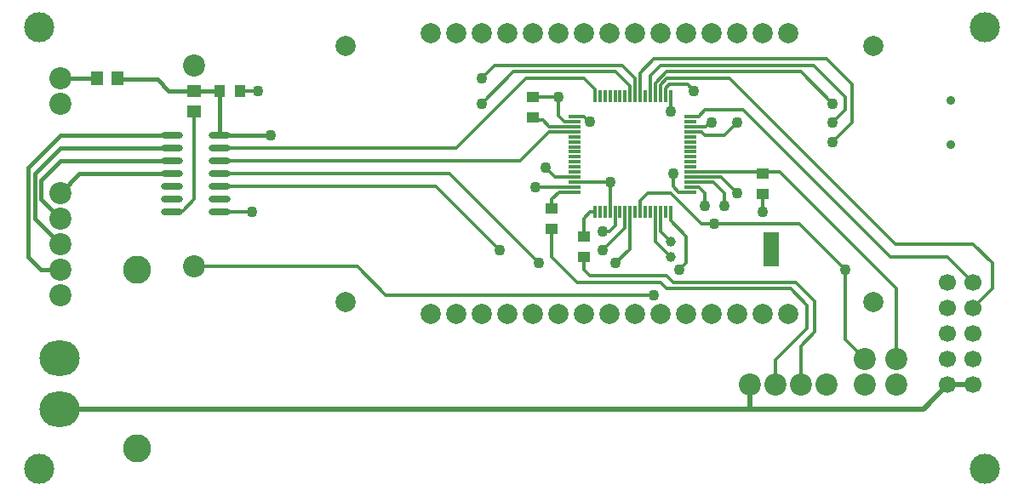
<source format=gbr>
%TF.GenerationSoftware,Altium Limited,Altium Designer,19.1.5 (86)*%
G04 Layer_Physical_Order=2*
G04 Layer_Color=16711680*
%FSLAX43Y43*%
%MOMM*%
%TF.FileFunction,Copper,L2,Bot,Signal*%
%TF.Part,Single*%
G01*
G75*
%TA.AperFunction,SMDPad,CuDef*%
%ADD10R,1.400X1.200*%
%ADD11R,1.000X1.300*%
%ADD12R,1.200X1.400*%
%ADD16R,1.300X1.000*%
%TA.AperFunction,Conductor*%
%ADD22C,0.300*%
%ADD25C,0.400*%
%ADD26C,0.500*%
%TA.AperFunction,ComponentPad*%
%ADD28C,1.000*%
%ADD29C,2.200*%
%ADD30C,2.000*%
%ADD31C,2.800*%
%ADD32C,1.700*%
%ADD33O,4.000X3.500*%
%ADD34C,0.900*%
%TA.AperFunction,WasherPad*%
%ADD35C,3.000*%
%TA.AperFunction,ViaPad*%
%ADD36C,1.100*%
%TA.AperFunction,SMDPad,CuDef*%
%ADD37R,1.500X3.500*%
%ADD38O,2.200X0.600*%
%ADD39R,1.200X0.300*%
%ADD40R,0.300X1.200*%
%TA.AperFunction,NonConductor*%
%ADD41C,0.300*%
D10*
X18415Y40640D02*
D03*
Y38608D02*
D03*
D11*
X22987Y40640D02*
D03*
X20955D02*
D03*
D12*
X8763Y41910D02*
D03*
X10795D02*
D03*
D16*
X53975Y26924D02*
D03*
Y28956D02*
D03*
X57150Y24130D02*
D03*
Y26162D02*
D03*
X74930Y30353D02*
D03*
Y32385D02*
D03*
X52070Y37973D02*
D03*
Y40005D02*
D03*
D22*
X43815Y32385D02*
X52705Y23495D01*
X60325D02*
X61750Y24920D01*
Y28580D01*
X42418Y31115D02*
X48768Y24765D01*
X59055D02*
X61250Y26960D01*
X63500Y30480D02*
X65786D01*
X62750Y29730D02*
X63500Y30480D01*
X65786D02*
X68834Y27432D01*
X78613D01*
X88138Y25400D02*
X95885D01*
X71628Y41910D02*
X88138Y25400D01*
X65405Y41910D02*
X71628D01*
X80137Y16637D02*
Y19685D01*
X78740Y15240D02*
X80137Y16637D01*
X78740Y11430D02*
Y15240D01*
X79375Y17018D02*
Y19304D01*
X76200Y13843D02*
X79375Y17018D01*
X76200Y11430D02*
Y13843D01*
X78232Y21590D02*
X80137Y19685D01*
X66040Y21590D02*
X78232D01*
X77724Y20955D02*
X79375Y19304D01*
X65405Y20955D02*
X77724D01*
X20955Y31115D02*
X42418D01*
X56515Y21590D02*
X64770D01*
X53975Y24130D02*
X56515Y21590D01*
X53975Y24130D02*
Y26924D01*
Y28956D02*
Y29845D01*
X37465Y20320D02*
X64135D01*
X64770Y21590D02*
X65405Y20955D01*
X65405Y22225D02*
X66040Y21590D01*
X57785Y22225D02*
X65405D01*
X57150Y22860D02*
X57785Y22225D01*
X66675Y22860D02*
X67310Y23495D01*
X54710Y30580D02*
X56250D01*
X53975Y29845D02*
X54710Y30580D01*
X57150Y22860D02*
Y24130D01*
Y26162D02*
Y27940D01*
X57790Y28580D01*
X61250Y26960D02*
Y28580D01*
X57790D02*
X58250D01*
X20955Y32385D02*
X43815D01*
X67310Y23495D02*
Y26162D01*
X64250Y25678D02*
X65786Y24142D01*
X64750Y26678D02*
X65786Y25642D01*
X65750Y27722D02*
X67310Y26162D01*
X65750Y27722D02*
Y28580D01*
X64750Y26678D02*
Y28580D01*
X78613Y27432D02*
X83185Y22860D01*
X66575Y30580D02*
X67750D01*
X66040Y31115D02*
X66575Y30580D01*
X66040Y31115D02*
Y32385D01*
X62750Y28580D02*
Y29730D01*
X74930Y28575D02*
Y30353D01*
X67750Y32580D02*
X76640D01*
X69215Y29210D02*
Y30480D01*
X34605Y23180D02*
X37465Y20320D01*
X64250Y25678D02*
Y28580D01*
X88265Y13970D02*
Y20955D01*
X95885Y19050D02*
X97790Y20955D01*
Y23495D01*
X93345Y24130D02*
X95885Y21590D01*
X59055Y26670D02*
X59690D01*
X60250Y27230D01*
Y28580D01*
X22987Y40640D02*
X24765D01*
X56250Y31580D02*
X59750D01*
Y28580D02*
Y31580D01*
X87630Y24130D02*
X93345D01*
X73025Y38735D02*
X87630Y24130D01*
X69215Y38735D02*
X73025D01*
X68615Y31080D02*
X69215Y30480D01*
X67750Y31080D02*
X68615D01*
X76640Y32580D02*
X88265Y20955D01*
X24130Y28575D02*
X24130Y28575D01*
X20955Y28575D02*
X24130D01*
X53340Y33020D02*
X54280Y32080D01*
X56250D01*
X53725Y36580D02*
X56250D01*
X50800Y33655D02*
X53725Y36580D01*
X20955Y33655D02*
X50800D01*
X57674Y37580D02*
X57785D01*
X57174Y38080D02*
X57674Y37580D01*
X58250Y40080D02*
Y40810D01*
X57150Y41910D02*
X58250Y40810D01*
X51435Y41910D02*
X57150D01*
X44450Y34925D02*
X51435Y41910D01*
X20955Y34925D02*
X44450D01*
X52070Y40005D02*
X54610D01*
Y38204D02*
Y40005D01*
X53725Y37080D02*
X56250D01*
X53086Y37719D02*
X53725Y37080D01*
X52070Y37719D02*
X53086D01*
X71120Y29210D02*
Y30480D01*
X70020Y31580D02*
X71120Y30480D01*
X67750Y31580D02*
X70020D01*
X70790Y32080D02*
X72390Y30480D01*
X67750Y32080D02*
X70790D01*
X50165Y42545D02*
X60325D01*
X46990Y39370D02*
X50165Y42545D01*
X46990Y41910D02*
X48260Y43180D01*
X60960D01*
X62250Y41890D01*
X60325Y42545D02*
X61750Y41120D01*
X18415Y23180D02*
X34605D01*
X83185Y15875D02*
X85090Y13970D01*
X83185Y15875D02*
Y22860D01*
X67750Y36580D02*
X68813D01*
X69198Y36195D01*
X71120D01*
X95885Y25400D02*
X97790Y23495D01*
X83185Y38735D02*
Y40005D01*
X80010Y43180D02*
X83185Y40005D01*
X64770Y43180D02*
X80010D01*
X78740Y42545D02*
X81915Y39370D01*
X65405Y42545D02*
X78740D01*
X81915Y35560D02*
X83820Y37465D01*
Y41275D01*
X81280Y43815D02*
X83820Y41275D01*
X64135Y43815D02*
X81280D01*
X62750Y42430D02*
X64135Y43815D01*
X81915Y37465D02*
X83185Y38735D01*
X63750Y42160D02*
X64770Y43180D01*
X63750Y40080D02*
Y42160D01*
X64250Y41390D02*
X65405Y42545D01*
X64750Y41255D02*
X65405Y41910D01*
X64750Y40080D02*
Y41255D01*
X67469Y41275D02*
X68104Y40640D01*
X65633Y41275D02*
X67469D01*
X65250Y40892D02*
X65633Y41275D01*
X67945Y40640D02*
X68104D01*
X71120Y36195D02*
X72390Y37465D01*
X69659D02*
X69850D01*
X69274Y37080D02*
X69659Y37465D01*
X67750Y37080D02*
X69274D01*
X68560Y38080D02*
X69215Y38735D01*
X62750Y40080D02*
Y42430D01*
X67750Y38080D02*
X68560D01*
X18415Y29845D02*
Y38608D01*
X18288Y38735D02*
X18415Y38608D01*
X17280Y28710D02*
X18415Y29845D01*
X17172Y28710D02*
X17280D01*
X17036Y28575D02*
X17172Y28710D01*
X16155Y28575D02*
X17036D01*
X65250Y40080D02*
Y40892D01*
X52330Y31080D02*
X56250D01*
X54610Y38204D02*
X55234Y37580D01*
X61750Y40080D02*
Y41120D01*
X62250Y40080D02*
Y41890D01*
X64250Y40080D02*
Y41390D01*
X65750Y38580D02*
Y40080D01*
X55234Y37580D02*
X56250D01*
Y38080D02*
X57174D01*
D25*
X10795Y41810D02*
X14705D01*
X15875Y40640D02*
X18415D01*
X14705Y41810D02*
X15875Y40640D01*
X20955Y36195D02*
X26035D01*
X20955D02*
Y40640D01*
X18415D02*
X20955D01*
X10795Y41810D02*
Y41910D01*
X5080D02*
X8763D01*
X2540Y27940D02*
X5080Y25400D01*
X2540Y27940D02*
Y32385D01*
X5080Y34925D01*
X16155D01*
X5080Y36195D02*
X16155D01*
X1905Y33020D02*
X5080Y36195D01*
X1905Y24130D02*
Y33020D01*
Y24130D02*
X3175Y22860D01*
Y29845D02*
X5080Y27940D01*
X3175Y29845D02*
Y31750D01*
X5080Y33655D01*
X16155D01*
X5080Y30480D02*
X6985Y32385D01*
X16155D01*
X3175Y22860D02*
X5080D01*
D26*
X90915Y9000D02*
X93345Y11430D01*
X73660Y9000D02*
X90915D01*
X5000D02*
X73660D01*
Y11430D01*
X93345D02*
X95885D01*
D28*
X65786Y25642D02*
D03*
Y24142D02*
D03*
D29*
X81280Y11430D02*
D03*
X78740D02*
D03*
X76200D02*
D03*
X73660D02*
D03*
X5080Y20320D02*
D03*
Y22860D02*
D03*
Y25400D02*
D03*
Y27940D02*
D03*
Y30480D02*
D03*
X85090Y11430D02*
D03*
Y13970D02*
D03*
X88265D02*
D03*
Y11430D02*
D03*
X5080Y41910D02*
D03*
Y39370D02*
D03*
X18415Y23180D02*
D03*
Y43180D02*
D03*
D30*
X41910Y46355D02*
D03*
X44450D02*
D03*
X46990D02*
D03*
X49530D02*
D03*
X52070D02*
D03*
X54610D02*
D03*
X57150D02*
D03*
X59690D02*
D03*
X62230D02*
D03*
X64770D02*
D03*
X67310D02*
D03*
X69850D02*
D03*
X72390D02*
D03*
X74930D02*
D03*
X77470D02*
D03*
Y18415D02*
D03*
X74930D02*
D03*
X72390D02*
D03*
X69850D02*
D03*
X67310D02*
D03*
X64770D02*
D03*
X62230D02*
D03*
X59690D02*
D03*
X57150D02*
D03*
X54610D02*
D03*
X52070D02*
D03*
X49530D02*
D03*
X46990D02*
D03*
X44450D02*
D03*
X41910D02*
D03*
X33440Y19635D02*
D03*
Y45135D02*
D03*
X85940D02*
D03*
Y19635D02*
D03*
D31*
X12700Y22860D02*
D03*
Y5080D02*
D03*
D32*
X95885Y21590D02*
D03*
Y19050D02*
D03*
Y16510D02*
D03*
Y13970D02*
D03*
Y11430D02*
D03*
X93345D02*
D03*
Y13970D02*
D03*
Y16510D02*
D03*
Y19050D02*
D03*
Y21590D02*
D03*
D33*
X5000Y14080D02*
D03*
Y9000D02*
D03*
D34*
X93650Y39665D02*
D03*
Y35265D02*
D03*
D35*
X97000Y47000D02*
D03*
X3000D02*
D03*
Y3000D02*
D03*
X97000Y3000D02*
D03*
D36*
X52705Y23495D02*
D03*
X60325D02*
D03*
X48768Y24765D02*
D03*
X70104Y27432D02*
D03*
X64135Y20320D02*
D03*
X66675Y22860D02*
D03*
X66040Y32385D02*
D03*
X69215Y29210D02*
D03*
X59055Y26670D02*
D03*
Y24765D02*
D03*
X24765Y40640D02*
D03*
X83185Y22860D02*
D03*
X59750Y31580D02*
D03*
X74930Y28575D02*
D03*
X24130D02*
D03*
X53340Y33020D02*
D03*
X57785Y37580D02*
D03*
X26035Y36195D02*
D03*
X54610Y40005D02*
D03*
X71120Y29210D02*
D03*
X72390Y30480D02*
D03*
X46990Y39370D02*
D03*
Y41910D02*
D03*
X81915Y35560D02*
D03*
Y37465D02*
D03*
Y39370D02*
D03*
X68104Y40640D02*
D03*
X72390Y37465D02*
D03*
X69850D02*
D03*
X52330Y31080D02*
D03*
X65750Y38580D02*
D03*
D37*
X75786Y24892D02*
D03*
D38*
X16155Y28575D02*
D03*
Y31115D02*
D03*
Y29845D02*
D03*
X20955D02*
D03*
Y31115D02*
D03*
Y28575D02*
D03*
Y32385D02*
D03*
Y34925D02*
D03*
Y36195D02*
D03*
Y33655D02*
D03*
X16155Y32385D02*
D03*
Y34925D02*
D03*
Y33655D02*
D03*
Y36195D02*
D03*
D39*
X67750Y38080D02*
D03*
Y33080D02*
D03*
Y36580D02*
D03*
Y36080D02*
D03*
Y35580D02*
D03*
Y35080D02*
D03*
Y34580D02*
D03*
Y34080D02*
D03*
Y33580D02*
D03*
Y37080D02*
D03*
Y37580D02*
D03*
Y32580D02*
D03*
Y32080D02*
D03*
Y31580D02*
D03*
Y31080D02*
D03*
Y30580D02*
D03*
X56250Y35080D02*
D03*
Y35580D02*
D03*
Y36080D02*
D03*
Y36580D02*
D03*
Y37080D02*
D03*
Y37580D02*
D03*
Y38080D02*
D03*
Y34580D02*
D03*
Y34080D02*
D03*
Y33580D02*
D03*
Y33080D02*
D03*
Y32580D02*
D03*
Y32080D02*
D03*
Y31580D02*
D03*
Y31080D02*
D03*
Y30580D02*
D03*
D40*
X65750Y40080D02*
D03*
X65250D02*
D03*
X64750D02*
D03*
X64250D02*
D03*
X63750D02*
D03*
X58750D02*
D03*
X59250D02*
D03*
X62750D02*
D03*
X62250D02*
D03*
X61750D02*
D03*
X61250D02*
D03*
X60750D02*
D03*
X60250D02*
D03*
X59750D02*
D03*
X63250D02*
D03*
X58250D02*
D03*
X65750Y28580D02*
D03*
X65250D02*
D03*
X64750D02*
D03*
X64250D02*
D03*
X63750D02*
D03*
X63250D02*
D03*
X62750D02*
D03*
X62250D02*
D03*
X61750D02*
D03*
X58250D02*
D03*
X58750D02*
D03*
X59250D02*
D03*
X59750D02*
D03*
X60250D02*
D03*
X60750D02*
D03*
X61250D02*
D03*
D41*
X56250Y32580D02*
X56250Y32580D01*
%TF.MD5,54760eb84557c456128f28cf6e832ce1*%
M02*

</source>
